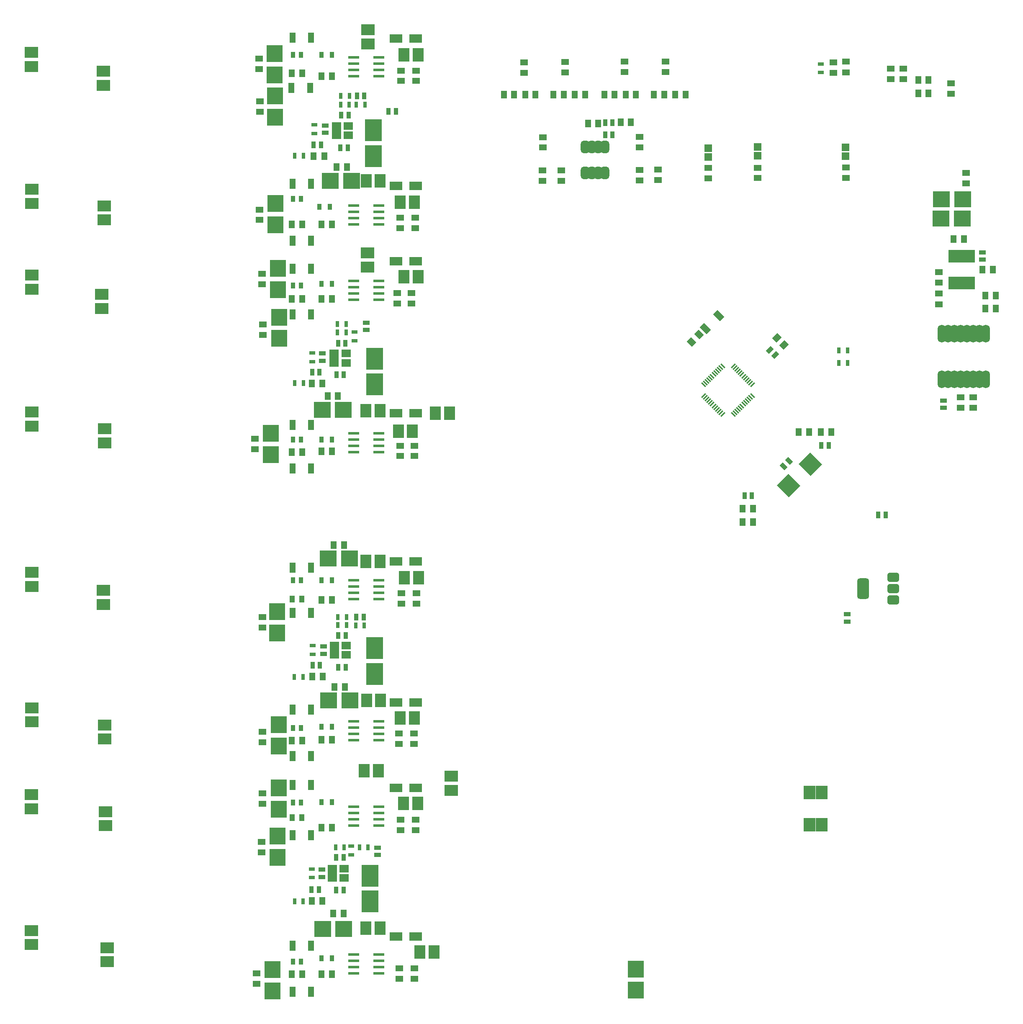
<source format=gbr>
%TF.GenerationSoftware,Altium Limited,Altium Designer,21.6.4 (81)*%
G04 Layer_Color=128*
%FSLAX43Y43*%
%MOMM*%
%TF.SameCoordinates,B094594F-E5AE-4C03-B854-EF891E02AD71*%
%TF.FilePolarity,Positive*%
%TF.FileFunction,Paste,Bot*%
%TF.Part,Single*%
G01*
G75*
%TA.AperFunction,SMDPad,CuDef*%
%ADD18R,1.350X0.950*%
%ADD19R,1.508X1.157*%
%ADD96R,1.508X1.207*%
%ADD97R,1.157X1.508*%
%ADD100R,1.207X1.508*%
%ADD101R,0.950X1.350*%
%ADD104R,0.757X1.308*%
%ADD105R,1.308X0.757*%
%ADD109R,1.250X2.000*%
G04:AMPARAMS|DCode=111|XSize=1.25mm|YSize=2mm|CornerRadius=0mm|HoleSize=0mm|Usage=FLASHONLY|Rotation=225.000|XOffset=0mm|YOffset=0mm|HoleType=Round|Shape=Rectangle|*
%AMROTATEDRECTD111*
4,1,4,-0.265,1.149,1.149,-0.265,0.265,-1.149,-1.149,0.265,-0.265,1.149,0.0*
%
%ADD111ROTATEDRECTD111*%

%ADD112R,2.270X0.558*%
G04:AMPARAMS|DCode=113|XSize=1.194mm|YSize=0.305mm|CornerRadius=0mm|HoleSize=0mm|Usage=FLASHONLY|Rotation=225.000|XOffset=0mm|YOffset=0mm|HoleType=Round|Shape=Rectangle|*
%AMROTATEDRECTD113*
4,1,4,0.314,0.530,0.530,0.314,-0.314,-0.530,-0.530,-0.314,0.314,0.530,0.0*
%
%ADD113ROTATEDRECTD113*%

G04:AMPARAMS|DCode=114|XSize=1.194mm|YSize=0.305mm|CornerRadius=0mm|HoleSize=0mm|Usage=FLASHONLY|Rotation=135.000|XOffset=0mm|YOffset=0mm|HoleType=Round|Shape=Rectangle|*
%AMROTATEDRECTD114*
4,1,4,0.530,-0.314,0.314,-0.530,-0.530,0.314,-0.314,0.530,0.530,-0.314,0.0*
%
%ADD114ROTATEDRECTD114*%

%ADD118R,0.900X1.200*%
%ADD119R,0.808X1.262*%
%ADD120R,1.007X1.408*%
G04:AMPARAMS|DCode=121|XSize=1.207mm|YSize=1.508mm|CornerRadius=0mm|HoleSize=0mm|Usage=FLASHONLY|Rotation=315.000|XOffset=0mm|YOffset=0mm|HoleType=Round|Shape=Rectangle|*
%AMROTATEDRECTD121*
4,1,4,-0.960,-0.107,0.107,0.960,0.960,0.107,-0.107,-0.960,-0.960,-0.107,0.0*
%
%ADD121ROTATEDRECTD121*%

G04:AMPARAMS|DCode=122|XSize=1.207mm|YSize=1.508mm|CornerRadius=0mm|HoleSize=0mm|Usage=FLASHONLY|Rotation=45.000|XOffset=0mm|YOffset=0mm|HoleType=Round|Shape=Rectangle|*
%AMROTATEDRECTD122*
4,1,4,0.107,-0.960,-0.960,0.107,-0.107,0.960,0.960,-0.107,0.107,-0.960,0.0*
%
%ADD122ROTATEDRECTD122*%

%ADD125R,2.500X1.700*%
%ADD126R,1.556X1.505*%
G04:AMPARAMS|DCode=127|XSize=0.95mm|YSize=1.35mm|CornerRadius=0mm|HoleSize=0mm|Usage=FLASHONLY|Rotation=135.000|XOffset=0mm|YOffset=0mm|HoleType=Round|Shape=Rectangle|*
%AMROTATEDRECTD127*
4,1,4,0.813,0.141,-0.141,-0.813,-0.813,-0.141,0.141,0.813,0.813,0.141,0.0*
%
%ADD127ROTATEDRECTD127*%

G04:AMPARAMS|DCode=128|XSize=0.95mm|YSize=1.35mm|CornerRadius=0mm|HoleSize=0mm|Usage=FLASHONLY|Rotation=45.000|XOffset=0mm|YOffset=0mm|HoleType=Round|Shape=Rectangle|*
%AMROTATEDRECTD128*
4,1,4,0.141,-0.813,-0.813,0.141,-0.141,0.813,0.813,-0.141,0.141,-0.813,0.0*
%
%ADD128ROTATEDRECTD128*%

%ADD138R,3.450X4.400*%
%ADD139R,3.500X3.300*%
%ADD140R,3.300X3.500*%
%ADD141R,1.650X2.525*%
%ADD142R,2.300X2.800*%
%ADD143R,2.800X2.300*%
%ADD144R,2.450X2.800*%
%ADD145R,1.900X1.650*%
%ADD146O,1.700X3.600*%
G04:AMPARAMS|DCode=147|XSize=1.9mm|YSize=2.45mm|CornerRadius=0.55mm|HoleSize=0mm|Usage=FLASHONLY|Rotation=90.000|XOffset=0mm|YOffset=0mm|HoleType=Round|Shape=RoundedRectangle|*
%AMROUNDEDRECTD147*
21,1,1.900,1.351,0,0,90.0*
21,1,0.801,2.450,0,0,90.0*
1,1,1.099,0.676,0.401*
1,1,1.099,0.676,-0.401*
1,1,1.099,-0.676,-0.401*
1,1,1.099,-0.676,0.401*
%
%ADD147ROUNDEDRECTD147*%
G04:AMPARAMS|DCode=148|XSize=4.15mm|YSize=2.45mm|CornerRadius=0.551mm|HoleSize=0mm|Usage=FLASHONLY|Rotation=90.000|XOffset=0mm|YOffset=0mm|HoleType=Round|Shape=RoundedRectangle|*
%AMROUNDEDRECTD148*
21,1,4.150,1.349,0,0,90.0*
21,1,3.049,2.450,0,0,90.0*
1,1,1.102,0.674,1.524*
1,1,1.102,0.674,-1.524*
1,1,1.102,-0.674,-1.524*
1,1,1.102,-0.674,1.524*
%
%ADD148ROUNDEDRECTD148*%
G04:AMPARAMS|DCode=149|XSize=1.8mm|YSize=2.6mm|CornerRadius=0.7mm|HoleSize=0mm|Usage=FLASHONLY|Rotation=0.000|XOffset=0mm|YOffset=0mm|HoleType=Round|Shape=RoundedRectangle|*
%AMROUNDEDRECTD149*
21,1,1.800,1.200,0,0,0.0*
21,1,0.400,2.600,0,0,0.0*
1,1,1.400,0.200,-0.600*
1,1,1.400,-0.200,-0.600*
1,1,1.400,-0.200,0.600*
1,1,1.400,0.200,0.600*
%
%ADD149ROUNDEDRECTD149*%
G04:AMPARAMS|DCode=150|XSize=1.6mm|YSize=2.6mm|CornerRadius=0.65mm|HoleSize=0mm|Usage=FLASHONLY|Rotation=0.000|XOffset=0mm|YOffset=0mm|HoleType=Round|Shape=RoundedRectangle|*
%AMROUNDEDRECTD150*
21,1,1.600,1.300,0,0,0.0*
21,1,0.300,2.600,0,0,0.0*
1,1,1.300,0.150,-0.650*
1,1,1.300,-0.150,-0.650*
1,1,1.300,-0.150,0.650*
1,1,1.300,0.150,0.650*
%
%ADD150ROUNDEDRECTD150*%
G04:AMPARAMS|DCode=151|XSize=3.45mm|YSize=3.35mm|CornerRadius=0mm|HoleSize=0mm|Usage=FLASHONLY|Rotation=315.000|XOffset=0mm|YOffset=0mm|HoleType=Round|Shape=Rectangle|*
%AMROTATEDRECTD151*
4,1,4,-2.404,0.035,-0.035,2.404,2.404,-0.035,0.035,-2.404,-2.404,0.035,0.0*
%
%ADD151ROTATEDRECTD151*%

D18*
X114718Y137525D02*
D03*
Y139025D02*
D03*
X117000Y31350D02*
D03*
Y32850D02*
D03*
X231505Y123275D02*
D03*
Y121775D02*
D03*
X106418Y178898D02*
D03*
Y177398D02*
D03*
X106072Y72050D02*
D03*
Y73550D02*
D03*
X105852Y132775D02*
D03*
Y131275D02*
D03*
X105792Y28400D02*
D03*
Y26900D02*
D03*
X211975Y80036D02*
D03*
Y78536D02*
D03*
X239350Y153237D02*
D03*
Y151737D02*
D03*
D19*
X230550Y144876D02*
D03*
Y142724D02*
D03*
X211755Y189649D02*
D03*
Y191801D02*
D03*
X209215Y191679D02*
D03*
Y189527D02*
D03*
X230550Y147099D02*
D03*
Y149251D02*
D03*
D96*
X93525Y31873D02*
D03*
Y33975D02*
D03*
X93750Y56248D02*
D03*
Y54147D02*
D03*
X93143Y159782D02*
D03*
Y161883D02*
D03*
X93750Y79451D02*
D03*
Y77349D02*
D03*
X93225Y183801D02*
D03*
Y181699D02*
D03*
X93089Y192378D02*
D03*
Y190277D02*
D03*
X92225Y113424D02*
D03*
Y115526D02*
D03*
X93818Y138676D02*
D03*
Y136574D02*
D03*
X93690Y148901D02*
D03*
Y146799D02*
D03*
X92509Y5305D02*
D03*
Y7407D02*
D03*
X93700Y43826D02*
D03*
Y41724D02*
D03*
X234952Y123901D02*
D03*
Y121799D02*
D03*
X124393Y55900D02*
D03*
Y53798D02*
D03*
X121024Y145010D02*
D03*
Y142908D02*
D03*
X193864Y168249D02*
D03*
Y170351D02*
D03*
X183945Y170335D02*
D03*
Y168233D02*
D03*
X211741Y170401D02*
D03*
Y168299D02*
D03*
X166975Y191788D02*
D03*
Y189687D02*
D03*
X146655Y191661D02*
D03*
Y189560D02*
D03*
X170023Y174447D02*
D03*
Y176548D02*
D03*
X150482Y176531D02*
D03*
Y174429D02*
D03*
X170023Y167799D02*
D03*
Y169901D02*
D03*
X150414Y169799D02*
D03*
Y167697D02*
D03*
X173782Y167872D02*
D03*
Y169974D02*
D03*
X154224Y169799D02*
D03*
Y167697D02*
D03*
X175230Y191788D02*
D03*
Y189687D02*
D03*
X154910Y191696D02*
D03*
Y189594D02*
D03*
X121596Y158108D02*
D03*
Y160210D02*
D03*
X124596Y158108D02*
D03*
Y160210D02*
D03*
X121293Y53798D02*
D03*
Y55900D02*
D03*
X121768Y190001D02*
D03*
Y187899D02*
D03*
X124768D02*
D03*
Y190001D02*
D03*
X121850Y84301D02*
D03*
Y82199D02*
D03*
X124850D02*
D03*
Y84301D02*
D03*
X121386Y6353D02*
D03*
Y8455D02*
D03*
X124493Y112027D02*
D03*
Y114129D02*
D03*
X121568D02*
D03*
Y112027D02*
D03*
X124448Y6353D02*
D03*
Y8455D02*
D03*
X223360Y188249D02*
D03*
Y190351D02*
D03*
X220820Y188249D02*
D03*
Y190351D02*
D03*
X121649Y38473D02*
D03*
Y36372D02*
D03*
X123857Y142908D02*
D03*
Y145010D02*
D03*
X124693Y36372D02*
D03*
Y38473D02*
D03*
X237530Y123901D02*
D03*
Y121799D02*
D03*
X233000Y187401D02*
D03*
Y185299D02*
D03*
X236092Y167199D02*
D03*
Y169301D02*
D03*
D97*
X106246Y172725D02*
D03*
X104094D02*
D03*
X239349Y149775D02*
D03*
X241501D02*
D03*
X235641Y155964D02*
D03*
X233489D02*
D03*
X242098Y144499D02*
D03*
X239947D02*
D03*
X105952Y67450D02*
D03*
X103800D02*
D03*
X105867Y126710D02*
D03*
X103716D02*
D03*
X105844Y22100D02*
D03*
X103692D02*
D03*
X239947Y141851D02*
D03*
X242098D02*
D03*
D100*
X110373Y65300D02*
D03*
X108272D02*
D03*
X108717Y170475D02*
D03*
X110819D02*
D03*
X108124Y94050D02*
D03*
X110226D02*
D03*
X106899Y124199D02*
D03*
X109001D02*
D03*
X108048Y19525D02*
D03*
X110150D02*
D03*
X99667Y158871D02*
D03*
X101769D02*
D03*
Y54496D02*
D03*
X99667D02*
D03*
X105667Y158871D02*
D03*
X107769D02*
D03*
X105667Y54623D02*
D03*
X107769D02*
D03*
X167194Y185149D02*
D03*
X169295D02*
D03*
X146874D02*
D03*
X148975D02*
D03*
X162876D02*
D03*
X164977D02*
D03*
X142556D02*
D03*
X144657D02*
D03*
X177227D02*
D03*
X179328D02*
D03*
X156907D02*
D03*
X159008D02*
D03*
X172909D02*
D03*
X175010D02*
D03*
X152589D02*
D03*
X154690D02*
D03*
X168279Y179561D02*
D03*
X166178D02*
D03*
X161675Y179307D02*
D03*
X159574D02*
D03*
X101767Y189456D02*
D03*
X99665D02*
D03*
X192969Y101425D02*
D03*
X190867D02*
D03*
X206717Y116875D02*
D03*
X208819D02*
D03*
X190862Y98675D02*
D03*
X192964D02*
D03*
X202192Y116875D02*
D03*
X204294D02*
D03*
X107769Y188831D02*
D03*
X105667D02*
D03*
X107769Y82965D02*
D03*
X105667D02*
D03*
X101769Y7260D02*
D03*
X99667D02*
D03*
X105667D02*
D03*
X107769D02*
D03*
X228476Y185375D02*
D03*
X226374D02*
D03*
X228476Y188125D02*
D03*
X226374D02*
D03*
X99667Y112860D02*
D03*
X101769D02*
D03*
X107769Y112987D02*
D03*
X105667D02*
D03*
Y36897D02*
D03*
X107769D02*
D03*
X99667Y143843D02*
D03*
X101769D02*
D03*
X107769D02*
D03*
X105667D02*
D03*
D101*
X114343Y184850D02*
D03*
X112843D02*
D03*
X114216Y79500D02*
D03*
X112716D02*
D03*
X219800Y100100D02*
D03*
X218300D02*
D03*
X120715Y181718D02*
D03*
X119215D02*
D03*
X109518Y174360D02*
D03*
X111018D02*
D03*
X108677Y128479D02*
D03*
X110177D02*
D03*
X108655Y24275D02*
D03*
X110155D02*
D03*
X109072Y69275D02*
D03*
X110572D02*
D03*
X111168Y180993D02*
D03*
X109668D02*
D03*
X110572Y75772D02*
D03*
X109072D02*
D03*
X110528Y134869D02*
D03*
X109028D02*
D03*
X110155Y30831D02*
D03*
X108655D02*
D03*
X192741Y104000D02*
D03*
X191241D02*
D03*
X206793Y114151D02*
D03*
X208293D02*
D03*
X163050Y179434D02*
D03*
X164550D02*
D03*
X163050Y177021D02*
D03*
X164550D02*
D03*
X105368Y69775D02*
D03*
X103868D02*
D03*
X104100Y174985D02*
D03*
X105600D02*
D03*
X105271Y128979D02*
D03*
X103771D02*
D03*
X103660Y24375D02*
D03*
X105160D02*
D03*
D104*
X108899Y138775D02*
D03*
X110651D02*
D03*
X113344Y32900D02*
D03*
X115096D02*
D03*
X108999Y79500D02*
D03*
X110751D02*
D03*
X109575Y184850D02*
D03*
X111327D02*
D03*
X112717Y183093D02*
D03*
X114469D02*
D03*
X109542Y183093D02*
D03*
X111294D02*
D03*
X108997Y77822D02*
D03*
X110748D02*
D03*
X108902Y137020D02*
D03*
X110654D02*
D03*
X108529Y32900D02*
D03*
X110281D02*
D03*
X100292Y172804D02*
D03*
X102044D02*
D03*
X100167Y67350D02*
D03*
X101919D02*
D03*
X112589Y77784D02*
D03*
X114341D02*
D03*
X210324Y133399D02*
D03*
X212076D02*
D03*
Y130859D02*
D03*
X210324D02*
D03*
X100240Y126790D02*
D03*
X101992D02*
D03*
X100217Y21986D02*
D03*
X101969D02*
D03*
D105*
X111668Y31399D02*
D03*
Y33151D02*
D03*
X112347Y135344D02*
D03*
Y137095D02*
D03*
X104218Y179023D02*
D03*
Y177272D02*
D03*
X103897Y73676D02*
D03*
Y71924D02*
D03*
X103771Y132901D02*
D03*
Y131149D02*
D03*
X103718Y28526D02*
D03*
Y26774D02*
D03*
X206675Y191356D02*
D03*
Y189604D02*
D03*
D109*
X99843Y80275D02*
D03*
X103593D02*
D03*
X99843Y155569D02*
D03*
X103593D02*
D03*
Y51321D02*
D03*
X99843D02*
D03*
Y167130D02*
D03*
X103593D02*
D03*
Y60719D02*
D03*
X99843D02*
D03*
X103343Y186475D02*
D03*
X99593D02*
D03*
X99843Y3704D02*
D03*
X103593D02*
D03*
X99843Y196635D02*
D03*
X103593D02*
D03*
X99843Y89477D02*
D03*
X103593D02*
D03*
Y12975D02*
D03*
X99843D02*
D03*
Y109558D02*
D03*
X103593D02*
D03*
X99841Y118302D02*
D03*
X103591D02*
D03*
X103593Y35364D02*
D03*
X99843D02*
D03*
Y140668D02*
D03*
X103593D02*
D03*
X99843Y45524D02*
D03*
X103593D02*
D03*
X99843Y149939D02*
D03*
X103593D02*
D03*
D111*
X183342Y137774D02*
D03*
X185994Y140426D02*
D03*
D112*
X112204Y162715D02*
D03*
Y161445D02*
D03*
Y160175D02*
D03*
Y158905D02*
D03*
X117232D02*
D03*
Y160175D02*
D03*
Y161445D02*
D03*
Y162715D02*
D03*
Y58405D02*
D03*
Y57135D02*
D03*
Y55865D02*
D03*
Y54595D02*
D03*
X112204D02*
D03*
Y55865D02*
D03*
Y57135D02*
D03*
Y58405D02*
D03*
Y192641D02*
D03*
Y191371D02*
D03*
Y190101D02*
D03*
Y188831D02*
D03*
X117232D02*
D03*
Y190101D02*
D03*
Y191371D02*
D03*
Y192641D02*
D03*
X112204Y86881D02*
D03*
Y85611D02*
D03*
Y84341D02*
D03*
Y83071D02*
D03*
X117232D02*
D03*
Y84341D02*
D03*
Y85611D02*
D03*
Y86881D02*
D03*
Y11214D02*
D03*
Y9944D02*
D03*
Y8674D02*
D03*
Y7404D02*
D03*
X112204D02*
D03*
Y8674D02*
D03*
Y9944D02*
D03*
Y11214D02*
D03*
Y116634D02*
D03*
Y115364D02*
D03*
Y114094D02*
D03*
Y112824D02*
D03*
X117232D02*
D03*
Y114094D02*
D03*
Y115364D02*
D03*
Y116634D02*
D03*
X112204Y147490D02*
D03*
Y146220D02*
D03*
Y144950D02*
D03*
Y143680D02*
D03*
X117232D02*
D03*
Y144950D02*
D03*
Y146220D02*
D03*
Y147490D02*
D03*
X112204Y41136D02*
D03*
Y39866D02*
D03*
Y38596D02*
D03*
Y37326D02*
D03*
X117232D02*
D03*
Y38596D02*
D03*
Y39866D02*
D03*
Y41136D02*
D03*
D113*
X188948Y130309D02*
D03*
X189302Y129955D02*
D03*
X189656Y129602D02*
D03*
X190009Y129248D02*
D03*
X190363Y128895D02*
D03*
X190716Y128541D02*
D03*
X191070Y128188D02*
D03*
X191423Y127834D02*
D03*
X191777Y127480D02*
D03*
X192130Y127127D02*
D03*
X192484Y126773D02*
D03*
X192838Y126420D02*
D03*
X186827Y120409D02*
D03*
X186474Y120763D02*
D03*
X186120Y121117D02*
D03*
X185766Y121470D02*
D03*
X185413Y121824D02*
D03*
X185059Y122177D02*
D03*
X184706Y122531D02*
D03*
X184352Y122884D02*
D03*
X183999Y123238D02*
D03*
X183645Y123591D02*
D03*
X183292Y123945D02*
D03*
X182938Y124299D02*
D03*
D114*
X192838D02*
D03*
X192484Y123945D02*
D03*
X192130Y123591D02*
D03*
X191777Y123238D02*
D03*
X191423Y122884D02*
D03*
X191070Y122531D02*
D03*
X190716Y122177D02*
D03*
X190363Y121824D02*
D03*
X190009Y121470D02*
D03*
X189656Y121117D02*
D03*
X189302Y120763D02*
D03*
X188948Y120409D02*
D03*
X182938Y126420D02*
D03*
X183292Y126773D02*
D03*
X183645Y127127D02*
D03*
X183999Y127480D02*
D03*
X184352Y127834D02*
D03*
X184706Y128188D02*
D03*
X185059Y128541D02*
D03*
X185413Y128895D02*
D03*
X185766Y129248D02*
D03*
X186120Y129602D02*
D03*
X186474Y129955D02*
D03*
X186827Y130309D02*
D03*
D118*
X105243Y162436D02*
D03*
X107343D02*
D03*
X107768Y57290D02*
D03*
X105668D02*
D03*
X107768Y193206D02*
D03*
X105668D02*
D03*
Y86922D02*
D03*
X107768D02*
D03*
Y10435D02*
D03*
X105668D02*
D03*
Y115400D02*
D03*
X107768D02*
D03*
X105668Y42082D02*
D03*
X107768D02*
D03*
X105668Y146891D02*
D03*
X107768D02*
D03*
D119*
X99916Y164082D02*
D03*
X101520D02*
D03*
X99916Y57036D02*
D03*
X101520D02*
D03*
X99916Y193206D02*
D03*
X101520D02*
D03*
X99916Y86922D02*
D03*
X101520D02*
D03*
Y9800D02*
D03*
X99916D02*
D03*
Y115400D02*
D03*
X101520D02*
D03*
X99916Y41968D02*
D03*
X101520D02*
D03*
X99916Y146510D02*
D03*
X101520D02*
D03*
D120*
X101669Y83119D02*
D03*
X99767D02*
D03*
X101669Y38920D02*
D03*
X99767D02*
D03*
D121*
X197753Y135968D02*
D03*
X199239Y134482D02*
D03*
D122*
X180525Y135131D02*
D03*
X182011Y136617D02*
D03*
D125*
X124718Y166652D02*
D03*
X120718D02*
D03*
Y62215D02*
D03*
X124718D02*
D03*
Y196451D02*
D03*
X120718D02*
D03*
X124718Y90691D02*
D03*
X120718D02*
D03*
X124718Y14897D02*
D03*
X120718D02*
D03*
Y120698D02*
D03*
X124718D02*
D03*
Y151427D02*
D03*
X120718D02*
D03*
X124718Y44946D02*
D03*
X120718D02*
D03*
D126*
X193873Y172730D02*
D03*
Y174532D02*
D03*
X183945Y172496D02*
D03*
Y174298D02*
D03*
X211712Y172699D02*
D03*
Y174501D02*
D03*
D127*
X197435Y132449D02*
D03*
X196374Y133510D02*
D03*
D128*
X200229Y111031D02*
D03*
X199168Y109970D02*
D03*
D138*
X116400Y67975D02*
D03*
Y73175D02*
D03*
X116450Y126534D02*
D03*
Y131734D02*
D03*
X115450Y21950D02*
D03*
Y27150D02*
D03*
X116200Y177910D02*
D03*
Y172710D02*
D03*
D139*
X235275Y160100D02*
D03*
X230975D02*
D03*
X235350Y163925D02*
D03*
X231050D02*
D03*
X107143Y62600D02*
D03*
X111443D02*
D03*
X107450Y167675D02*
D03*
X111750D02*
D03*
X111325Y91300D02*
D03*
X107025D02*
D03*
X105899Y16432D02*
D03*
X110199D02*
D03*
X105800Y121385D02*
D03*
X110100D02*
D03*
D140*
X97025Y53373D02*
D03*
Y57673D02*
D03*
X96318Y158782D02*
D03*
Y163082D02*
D03*
X96700Y80550D02*
D03*
Y76250D02*
D03*
X96300Y184900D02*
D03*
Y180600D02*
D03*
X96188Y193405D02*
D03*
Y189105D02*
D03*
X95743Y3856D02*
D03*
Y8156D02*
D03*
X95450Y112325D02*
D03*
Y116625D02*
D03*
X97100Y140125D02*
D03*
Y135825D02*
D03*
X169250Y4000D02*
D03*
Y8300D02*
D03*
X96850Y150000D02*
D03*
Y145700D02*
D03*
X96775Y35175D02*
D03*
Y30875D02*
D03*
X97025Y44925D02*
D03*
Y40625D02*
D03*
D141*
X237105Y147063D02*
D03*
X235835D02*
D03*
X234565D02*
D03*
X233295D02*
D03*
Y152487D02*
D03*
X234565D02*
D03*
X235835D02*
D03*
X237105D02*
D03*
D142*
X128718Y120698D02*
D03*
X131568D02*
D03*
X117522Y121248D02*
D03*
X114672D02*
D03*
X114697Y167675D02*
D03*
X117547D02*
D03*
X124470Y163350D02*
D03*
X121620D02*
D03*
X114775Y62600D02*
D03*
X117625D02*
D03*
X124443Y59075D02*
D03*
X121593D02*
D03*
X125193Y193175D02*
D03*
X122343D02*
D03*
X117522Y90691D02*
D03*
X114672D02*
D03*
X125293Y87404D02*
D03*
X122443D02*
D03*
X117525Y16575D02*
D03*
X114675D02*
D03*
X124061Y117065D02*
D03*
X121211D02*
D03*
X128418Y11723D02*
D03*
X125568D02*
D03*
X117150Y48400D02*
D03*
X114300D02*
D03*
X122359Y148285D02*
D03*
X125209D02*
D03*
X122268Y41779D02*
D03*
X125118D02*
D03*
D143*
X131950Y44450D02*
D03*
Y47300D02*
D03*
X47057Y61130D02*
D03*
Y58280D02*
D03*
X47100Y165975D02*
D03*
Y163125D02*
D03*
X61800Y54800D02*
D03*
Y57650D02*
D03*
X61725Y159800D02*
D03*
Y162650D02*
D03*
X47025Y190800D02*
D03*
Y193650D02*
D03*
X47050Y88500D02*
D03*
Y85650D02*
D03*
X61575Y189865D02*
D03*
Y187015D02*
D03*
X61600Y82050D02*
D03*
Y84900D02*
D03*
X47073Y118080D02*
D03*
Y120930D02*
D03*
X61800Y114725D02*
D03*
Y117575D02*
D03*
X46975Y16075D02*
D03*
Y13225D02*
D03*
X62300Y9764D02*
D03*
Y12614D02*
D03*
X47025Y43550D02*
D03*
Y40700D02*
D03*
X62025Y37275D02*
D03*
Y40125D02*
D03*
X47075Y148630D02*
D03*
Y145780D02*
D03*
X115043Y195386D02*
D03*
Y198236D02*
D03*
X115023Y153139D02*
D03*
Y150289D02*
D03*
X61213Y144725D02*
D03*
Y141875D02*
D03*
D144*
X204400Y37450D02*
D03*
Y44000D02*
D03*
X206850Y37450D02*
D03*
Y44000D02*
D03*
D145*
X108227Y130873D02*
D03*
Y131823D02*
D03*
Y132773D02*
D03*
X110627D02*
D03*
Y130873D02*
D03*
X107855Y26700D02*
D03*
Y27650D02*
D03*
Y28600D02*
D03*
X110255D02*
D03*
Y26700D02*
D03*
X111118Y176923D02*
D03*
Y178823D02*
D03*
X108718D02*
D03*
Y177873D02*
D03*
Y176923D02*
D03*
X110672Y71850D02*
D03*
Y73750D02*
D03*
X108272D02*
D03*
Y72800D02*
D03*
Y71850D02*
D03*
D146*
X240070Y127550D02*
D03*
X238800D02*
D03*
X237530D02*
D03*
X236260D02*
D03*
X234990D02*
D03*
X233720D02*
D03*
X232450D02*
D03*
X231180D02*
D03*
X240070Y136800D02*
D03*
X238800D02*
D03*
X237530D02*
D03*
X236260D02*
D03*
X234990D02*
D03*
X233720D02*
D03*
X232450D02*
D03*
X231180D02*
D03*
D147*
X221350Y87525D02*
D03*
Y85225D02*
D03*
Y82925D02*
D03*
D148*
X215200Y85225D02*
D03*
D149*
X163031Y169341D02*
D03*
X158981D02*
D03*
X163031Y174541D02*
D03*
X158981D02*
D03*
D150*
X161641Y169341D02*
D03*
X160371D02*
D03*
X161641Y174541D02*
D03*
X160371D02*
D03*
D151*
X200174Y106022D02*
D03*
X204558Y110406D02*
D03*
%TF.MD5,60f52b0221fb67dd1b035c2efe5afc2a*%
M02*

</source>
